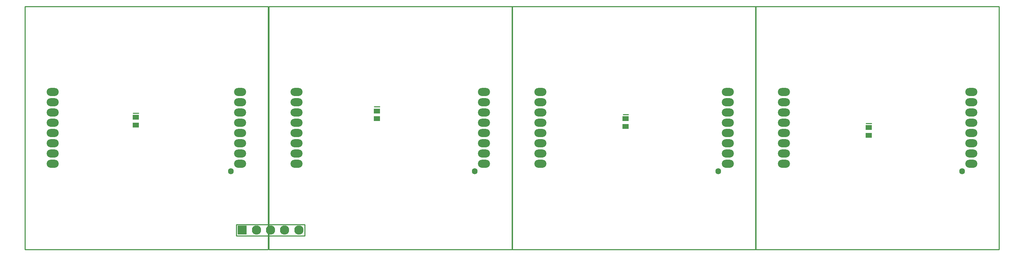
<source format=gbr>
G04 DipTrace 2.4.0.2*
%INÂåðõíÿãðàô³êà.gbr*%
%MOMM*%
%ADD10C,0.25*%
%ADD16R,2.3X2.3*%
%ADD17C,2.3*%
%ADD18O,1.403X1.499*%
%ADD19O,3.0X2.0*%
%ADD22R,1.5X1.3*%
%FSLAX53Y53*%
G04*
G71*
G90*
G75*
G01*
%LNTopAssy*%
%LPD*%
X61726Y16162D2*
D10*
X78626D1*
Y13362D1*
X61726D1*
Y16162D1*
D16*
X63176Y14762D3*
D17*
X66676D3*
X70176D3*
X73676D3*
X77176D3*
X9365Y10000D2*
D10*
X69565D1*
Y70200D1*
X9365D1*
Y10000D1*
D18*
X60363Y29351D3*
D19*
X62665Y31210D3*
Y33750D3*
Y36290D3*
Y38830D3*
Y41370D3*
Y43910D3*
Y46450D3*
Y48990D3*
X16265Y31210D3*
Y33750D3*
Y36290D3*
Y38830D3*
Y41370D3*
Y43910D3*
Y46450D3*
Y48990D3*
X69718Y10000D2*
D10*
X129918D1*
Y70200D1*
X69718D1*
Y10000D1*
D18*
X120716Y29351D3*
D19*
X123018Y31210D3*
Y33750D3*
Y36290D3*
Y38830D3*
Y41370D3*
Y43910D3*
Y46450D3*
Y48990D3*
X76618Y31210D3*
Y33750D3*
Y36290D3*
Y38830D3*
Y41370D3*
Y43910D3*
Y46450D3*
Y48990D3*
X130037Y10000D2*
D10*
X190237D1*
Y70200D1*
X130037D1*
Y10000D1*
D18*
X181035Y29351D3*
D19*
X183337Y31210D3*
Y33750D3*
Y36290D3*
Y38830D3*
Y41370D3*
Y43910D3*
Y46450D3*
Y48990D3*
X136937Y31210D3*
Y33750D3*
Y36290D3*
Y38830D3*
Y41370D3*
Y43910D3*
Y46450D3*
Y48990D3*
X190355Y10000D2*
D10*
X250555D1*
Y70200D1*
X190355D1*
Y10000D1*
D18*
X241354Y29351D3*
D19*
X243655Y31210D3*
Y33750D3*
Y36290D3*
Y38830D3*
Y41370D3*
Y43910D3*
Y46450D3*
Y48990D3*
X197255Y31210D3*
Y33750D3*
Y36290D3*
Y38830D3*
Y41370D3*
Y43910D3*
Y46450D3*
Y48990D3*
X95860Y45332D2*
D10*
X97159D1*
D22*
X96510Y44282D3*
Y42382D3*
X36176Y43750D2*
D10*
X37475D1*
D22*
X36826Y42699D3*
Y40799D3*
X157449Y43427D2*
D10*
X158748D1*
D22*
X158098Y42377D3*
Y40477D3*
X217611Y41207D2*
D10*
X218910D1*
D22*
X218261Y40157D3*
Y38257D3*
M02*

</source>
